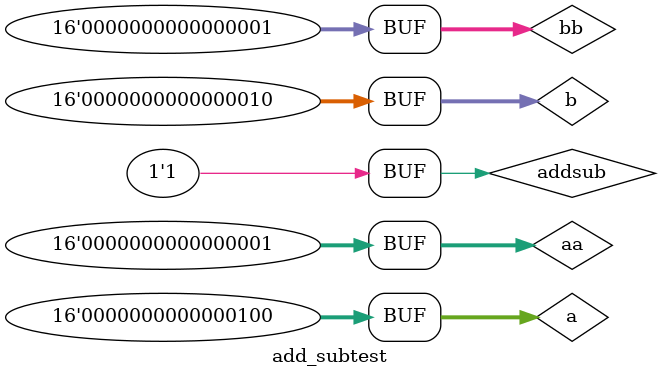
<source format=v>
`timescale 1ns / 1ps

module add_subtest;

	// Inputs
	reg [15:0] a,aa,b,bb;
	reg addsub;

	// Outputs
	wire [31:0] result;

	// Instantiate the Unit Under Test (UUT)
	add_sub uut (
		.a(a), 
		.aa(aa), 
		.bb(bb), 
		.b(b), 
		.addsub(addsub), 
		.result(result)
	);

	initial begin
		// Initialize Inputs
		a = 0;
		aa = 0;
		bb = 0;
		b = 0;
		addsub = 0;

		// Wait 100 ns for global reset to finish
		#100;
		a = 4;
		aa = 1;
		bb = 1;
		b = 2;
		addsub = 0;
		#100;
		a = 4;
		aa = 1;
		bb = 1;
		b = 2;
		addsub = 1;
        
		// Add stimulus here

	end
      
endmodule


</source>
